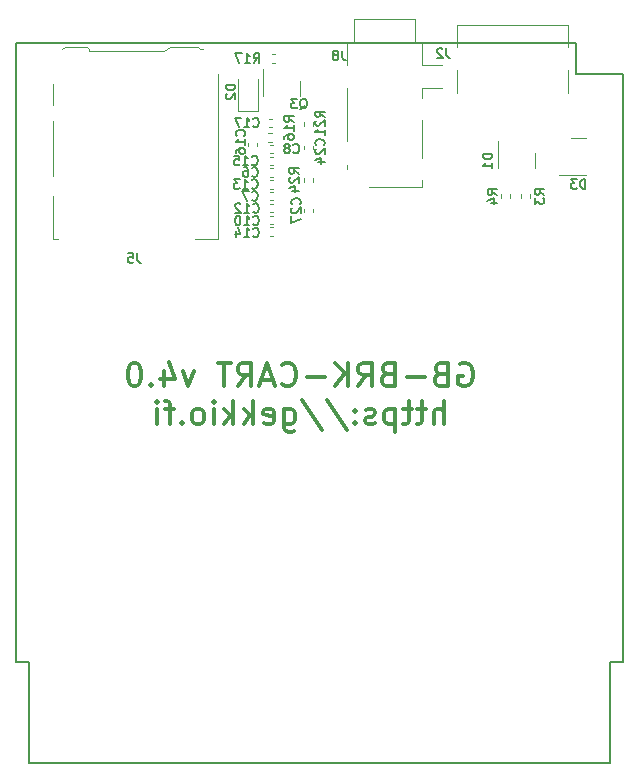
<source format=gbr>
G04 #@! TF.GenerationSoftware,KiCad,Pcbnew,7.0.10*
G04 #@! TF.CreationDate,2024-04-17T21:52:57+03:00*
G04 #@! TF.ProjectId,GAMEBOY_STM32_CART,47414d45-424f-4595-9f53-544d33325f43,v5.1*
G04 #@! TF.SameCoordinates,Original*
G04 #@! TF.FileFunction,Legend,Bot*
G04 #@! TF.FilePolarity,Positive*
%FSLAX46Y46*%
G04 Gerber Fmt 4.6, Leading zero omitted, Abs format (unit mm)*
G04 Created by KiCad (PCBNEW 7.0.10) date 2024-04-17 21:52:57*
%MOMM*%
%LPD*%
G01*
G04 APERTURE LIST*
%ADD10C,0.300000*%
%ADD11C,0.150000*%
%ADD12C,0.120000*%
G04 #@! TA.AperFunction,Profile*
%ADD13C,0.150000*%
G04 #@! TD*
G04 APERTURE END LIST*
D10*
X114396190Y-54994876D02*
X114586666Y-54899638D01*
X114586666Y-54899638D02*
X114872380Y-54899638D01*
X114872380Y-54899638D02*
X115158095Y-54994876D01*
X115158095Y-54994876D02*
X115348571Y-55185352D01*
X115348571Y-55185352D02*
X115443809Y-55375828D01*
X115443809Y-55375828D02*
X115539047Y-55756780D01*
X115539047Y-55756780D02*
X115539047Y-56042495D01*
X115539047Y-56042495D02*
X115443809Y-56423447D01*
X115443809Y-56423447D02*
X115348571Y-56613923D01*
X115348571Y-56613923D02*
X115158095Y-56804400D01*
X115158095Y-56804400D02*
X114872380Y-56899638D01*
X114872380Y-56899638D02*
X114681904Y-56899638D01*
X114681904Y-56899638D02*
X114396190Y-56804400D01*
X114396190Y-56804400D02*
X114300952Y-56709161D01*
X114300952Y-56709161D02*
X114300952Y-56042495D01*
X114300952Y-56042495D02*
X114681904Y-56042495D01*
X112777142Y-55852019D02*
X112491428Y-55947257D01*
X112491428Y-55947257D02*
X112396190Y-56042495D01*
X112396190Y-56042495D02*
X112300952Y-56232971D01*
X112300952Y-56232971D02*
X112300952Y-56518685D01*
X112300952Y-56518685D02*
X112396190Y-56709161D01*
X112396190Y-56709161D02*
X112491428Y-56804400D01*
X112491428Y-56804400D02*
X112681904Y-56899638D01*
X112681904Y-56899638D02*
X113443809Y-56899638D01*
X113443809Y-56899638D02*
X113443809Y-54899638D01*
X113443809Y-54899638D02*
X112777142Y-54899638D01*
X112777142Y-54899638D02*
X112586666Y-54994876D01*
X112586666Y-54994876D02*
X112491428Y-55090114D01*
X112491428Y-55090114D02*
X112396190Y-55280590D01*
X112396190Y-55280590D02*
X112396190Y-55471066D01*
X112396190Y-55471066D02*
X112491428Y-55661542D01*
X112491428Y-55661542D02*
X112586666Y-55756780D01*
X112586666Y-55756780D02*
X112777142Y-55852019D01*
X112777142Y-55852019D02*
X113443809Y-55852019D01*
X111443809Y-56137733D02*
X109920000Y-56137733D01*
X108300952Y-55852019D02*
X108015238Y-55947257D01*
X108015238Y-55947257D02*
X107920000Y-56042495D01*
X107920000Y-56042495D02*
X107824762Y-56232971D01*
X107824762Y-56232971D02*
X107824762Y-56518685D01*
X107824762Y-56518685D02*
X107920000Y-56709161D01*
X107920000Y-56709161D02*
X108015238Y-56804400D01*
X108015238Y-56804400D02*
X108205714Y-56899638D01*
X108205714Y-56899638D02*
X108967619Y-56899638D01*
X108967619Y-56899638D02*
X108967619Y-54899638D01*
X108967619Y-54899638D02*
X108300952Y-54899638D01*
X108300952Y-54899638D02*
X108110476Y-54994876D01*
X108110476Y-54994876D02*
X108015238Y-55090114D01*
X108015238Y-55090114D02*
X107920000Y-55280590D01*
X107920000Y-55280590D02*
X107920000Y-55471066D01*
X107920000Y-55471066D02*
X108015238Y-55661542D01*
X108015238Y-55661542D02*
X108110476Y-55756780D01*
X108110476Y-55756780D02*
X108300952Y-55852019D01*
X108300952Y-55852019D02*
X108967619Y-55852019D01*
X105824762Y-56899638D02*
X106491429Y-55947257D01*
X106967619Y-56899638D02*
X106967619Y-54899638D01*
X106967619Y-54899638D02*
X106205714Y-54899638D01*
X106205714Y-54899638D02*
X106015238Y-54994876D01*
X106015238Y-54994876D02*
X105920000Y-55090114D01*
X105920000Y-55090114D02*
X105824762Y-55280590D01*
X105824762Y-55280590D02*
X105824762Y-55566304D01*
X105824762Y-55566304D02*
X105920000Y-55756780D01*
X105920000Y-55756780D02*
X106015238Y-55852019D01*
X106015238Y-55852019D02*
X106205714Y-55947257D01*
X106205714Y-55947257D02*
X106967619Y-55947257D01*
X104967619Y-56899638D02*
X104967619Y-54899638D01*
X103824762Y-56899638D02*
X104681905Y-55756780D01*
X103824762Y-54899638D02*
X104967619Y-56042495D01*
X102967619Y-56137733D02*
X101443810Y-56137733D01*
X99348572Y-56709161D02*
X99443810Y-56804400D01*
X99443810Y-56804400D02*
X99729524Y-56899638D01*
X99729524Y-56899638D02*
X99920000Y-56899638D01*
X99920000Y-56899638D02*
X100205715Y-56804400D01*
X100205715Y-56804400D02*
X100396191Y-56613923D01*
X100396191Y-56613923D02*
X100491429Y-56423447D01*
X100491429Y-56423447D02*
X100586667Y-56042495D01*
X100586667Y-56042495D02*
X100586667Y-55756780D01*
X100586667Y-55756780D02*
X100491429Y-55375828D01*
X100491429Y-55375828D02*
X100396191Y-55185352D01*
X100396191Y-55185352D02*
X100205715Y-54994876D01*
X100205715Y-54994876D02*
X99920000Y-54899638D01*
X99920000Y-54899638D02*
X99729524Y-54899638D01*
X99729524Y-54899638D02*
X99443810Y-54994876D01*
X99443810Y-54994876D02*
X99348572Y-55090114D01*
X98586667Y-56328209D02*
X97634286Y-56328209D01*
X98777143Y-56899638D02*
X98110477Y-54899638D01*
X98110477Y-54899638D02*
X97443810Y-56899638D01*
X95634286Y-56899638D02*
X96300953Y-55947257D01*
X96777143Y-56899638D02*
X96777143Y-54899638D01*
X96777143Y-54899638D02*
X96015238Y-54899638D01*
X96015238Y-54899638D02*
X95824762Y-54994876D01*
X95824762Y-54994876D02*
X95729524Y-55090114D01*
X95729524Y-55090114D02*
X95634286Y-55280590D01*
X95634286Y-55280590D02*
X95634286Y-55566304D01*
X95634286Y-55566304D02*
X95729524Y-55756780D01*
X95729524Y-55756780D02*
X95824762Y-55852019D01*
X95824762Y-55852019D02*
X96015238Y-55947257D01*
X96015238Y-55947257D02*
X96777143Y-55947257D01*
X95062857Y-54899638D02*
X93920000Y-54899638D01*
X94491429Y-56899638D02*
X94491429Y-54899638D01*
X91919999Y-55566304D02*
X91443809Y-56899638D01*
X91443809Y-56899638D02*
X90967618Y-55566304D01*
X89348570Y-55566304D02*
X89348570Y-56899638D01*
X89824761Y-54804400D02*
X90300951Y-56232971D01*
X90300951Y-56232971D02*
X89062856Y-56232971D01*
X88300951Y-56709161D02*
X88205713Y-56804400D01*
X88205713Y-56804400D02*
X88300951Y-56899638D01*
X88300951Y-56899638D02*
X88396189Y-56804400D01*
X88396189Y-56804400D02*
X88300951Y-56709161D01*
X88300951Y-56709161D02*
X88300951Y-56899638D01*
X86967618Y-54899638D02*
X86777141Y-54899638D01*
X86777141Y-54899638D02*
X86586665Y-54994876D01*
X86586665Y-54994876D02*
X86491427Y-55090114D01*
X86491427Y-55090114D02*
X86396189Y-55280590D01*
X86396189Y-55280590D02*
X86300951Y-55661542D01*
X86300951Y-55661542D02*
X86300951Y-56137733D01*
X86300951Y-56137733D02*
X86396189Y-56518685D01*
X86396189Y-56518685D02*
X86491427Y-56709161D01*
X86491427Y-56709161D02*
X86586665Y-56804400D01*
X86586665Y-56804400D02*
X86777141Y-56899638D01*
X86777141Y-56899638D02*
X86967618Y-56899638D01*
X86967618Y-56899638D02*
X87158094Y-56804400D01*
X87158094Y-56804400D02*
X87253332Y-56709161D01*
X87253332Y-56709161D02*
X87348570Y-56518685D01*
X87348570Y-56518685D02*
X87443808Y-56137733D01*
X87443808Y-56137733D02*
X87443808Y-55661542D01*
X87443808Y-55661542D02*
X87348570Y-55280590D01*
X87348570Y-55280590D02*
X87253332Y-55090114D01*
X87253332Y-55090114D02*
X87158094Y-54994876D01*
X87158094Y-54994876D02*
X86967618Y-54899638D01*
X113062857Y-60119638D02*
X113062857Y-58119638D01*
X112205714Y-60119638D02*
X112205714Y-59072019D01*
X112205714Y-59072019D02*
X112300952Y-58881542D01*
X112300952Y-58881542D02*
X112491428Y-58786304D01*
X112491428Y-58786304D02*
X112777143Y-58786304D01*
X112777143Y-58786304D02*
X112967619Y-58881542D01*
X112967619Y-58881542D02*
X113062857Y-58976780D01*
X111539047Y-58786304D02*
X110777143Y-58786304D01*
X111253333Y-58119638D02*
X111253333Y-59833923D01*
X111253333Y-59833923D02*
X111158095Y-60024400D01*
X111158095Y-60024400D02*
X110967619Y-60119638D01*
X110967619Y-60119638D02*
X110777143Y-60119638D01*
X110396190Y-58786304D02*
X109634286Y-58786304D01*
X110110476Y-58119638D02*
X110110476Y-59833923D01*
X110110476Y-59833923D02*
X110015238Y-60024400D01*
X110015238Y-60024400D02*
X109824762Y-60119638D01*
X109824762Y-60119638D02*
X109634286Y-60119638D01*
X108967619Y-58786304D02*
X108967619Y-60786304D01*
X108967619Y-58881542D02*
X108777143Y-58786304D01*
X108777143Y-58786304D02*
X108396190Y-58786304D01*
X108396190Y-58786304D02*
X108205714Y-58881542D01*
X108205714Y-58881542D02*
X108110476Y-58976780D01*
X108110476Y-58976780D02*
X108015238Y-59167257D01*
X108015238Y-59167257D02*
X108015238Y-59738685D01*
X108015238Y-59738685D02*
X108110476Y-59929161D01*
X108110476Y-59929161D02*
X108205714Y-60024400D01*
X108205714Y-60024400D02*
X108396190Y-60119638D01*
X108396190Y-60119638D02*
X108777143Y-60119638D01*
X108777143Y-60119638D02*
X108967619Y-60024400D01*
X107253333Y-60024400D02*
X107062857Y-60119638D01*
X107062857Y-60119638D02*
X106681905Y-60119638D01*
X106681905Y-60119638D02*
X106491428Y-60024400D01*
X106491428Y-60024400D02*
X106396190Y-59833923D01*
X106396190Y-59833923D02*
X106396190Y-59738685D01*
X106396190Y-59738685D02*
X106491428Y-59548209D01*
X106491428Y-59548209D02*
X106681905Y-59452971D01*
X106681905Y-59452971D02*
X106967619Y-59452971D01*
X106967619Y-59452971D02*
X107158095Y-59357733D01*
X107158095Y-59357733D02*
X107253333Y-59167257D01*
X107253333Y-59167257D02*
X107253333Y-59072019D01*
X107253333Y-59072019D02*
X107158095Y-58881542D01*
X107158095Y-58881542D02*
X106967619Y-58786304D01*
X106967619Y-58786304D02*
X106681905Y-58786304D01*
X106681905Y-58786304D02*
X106491428Y-58881542D01*
X105539047Y-59929161D02*
X105443809Y-60024400D01*
X105443809Y-60024400D02*
X105539047Y-60119638D01*
X105539047Y-60119638D02*
X105634285Y-60024400D01*
X105634285Y-60024400D02*
X105539047Y-59929161D01*
X105539047Y-59929161D02*
X105539047Y-60119638D01*
X105539047Y-58881542D02*
X105443809Y-58976780D01*
X105443809Y-58976780D02*
X105539047Y-59072019D01*
X105539047Y-59072019D02*
X105634285Y-58976780D01*
X105634285Y-58976780D02*
X105539047Y-58881542D01*
X105539047Y-58881542D02*
X105539047Y-59072019D01*
X103158095Y-58024400D02*
X104872380Y-60595828D01*
X101062857Y-58024400D02*
X102777142Y-60595828D01*
X99539047Y-58786304D02*
X99539047Y-60405352D01*
X99539047Y-60405352D02*
X99634285Y-60595828D01*
X99634285Y-60595828D02*
X99729523Y-60691066D01*
X99729523Y-60691066D02*
X99920000Y-60786304D01*
X99920000Y-60786304D02*
X100205714Y-60786304D01*
X100205714Y-60786304D02*
X100396190Y-60691066D01*
X99539047Y-60024400D02*
X99729523Y-60119638D01*
X99729523Y-60119638D02*
X100110476Y-60119638D01*
X100110476Y-60119638D02*
X100300952Y-60024400D01*
X100300952Y-60024400D02*
X100396190Y-59929161D01*
X100396190Y-59929161D02*
X100491428Y-59738685D01*
X100491428Y-59738685D02*
X100491428Y-59167257D01*
X100491428Y-59167257D02*
X100396190Y-58976780D01*
X100396190Y-58976780D02*
X100300952Y-58881542D01*
X100300952Y-58881542D02*
X100110476Y-58786304D01*
X100110476Y-58786304D02*
X99729523Y-58786304D01*
X99729523Y-58786304D02*
X99539047Y-58881542D01*
X97824761Y-60024400D02*
X98015237Y-60119638D01*
X98015237Y-60119638D02*
X98396190Y-60119638D01*
X98396190Y-60119638D02*
X98586666Y-60024400D01*
X98586666Y-60024400D02*
X98681904Y-59833923D01*
X98681904Y-59833923D02*
X98681904Y-59072019D01*
X98681904Y-59072019D02*
X98586666Y-58881542D01*
X98586666Y-58881542D02*
X98396190Y-58786304D01*
X98396190Y-58786304D02*
X98015237Y-58786304D01*
X98015237Y-58786304D02*
X97824761Y-58881542D01*
X97824761Y-58881542D02*
X97729523Y-59072019D01*
X97729523Y-59072019D02*
X97729523Y-59262495D01*
X97729523Y-59262495D02*
X98681904Y-59452971D01*
X96872380Y-60119638D02*
X96872380Y-58119638D01*
X96681904Y-59357733D02*
X96110475Y-60119638D01*
X96110475Y-58786304D02*
X96872380Y-59548209D01*
X95253332Y-60119638D02*
X95253332Y-58119638D01*
X95062856Y-59357733D02*
X94491427Y-60119638D01*
X94491427Y-58786304D02*
X95253332Y-59548209D01*
X93634284Y-60119638D02*
X93634284Y-58786304D01*
X93634284Y-58119638D02*
X93729522Y-58214876D01*
X93729522Y-58214876D02*
X93634284Y-58310114D01*
X93634284Y-58310114D02*
X93539046Y-58214876D01*
X93539046Y-58214876D02*
X93634284Y-58119638D01*
X93634284Y-58119638D02*
X93634284Y-58310114D01*
X92396189Y-60119638D02*
X92586665Y-60024400D01*
X92586665Y-60024400D02*
X92681903Y-59929161D01*
X92681903Y-59929161D02*
X92777141Y-59738685D01*
X92777141Y-59738685D02*
X92777141Y-59167257D01*
X92777141Y-59167257D02*
X92681903Y-58976780D01*
X92681903Y-58976780D02*
X92586665Y-58881542D01*
X92586665Y-58881542D02*
X92396189Y-58786304D01*
X92396189Y-58786304D02*
X92110474Y-58786304D01*
X92110474Y-58786304D02*
X91919998Y-58881542D01*
X91919998Y-58881542D02*
X91824760Y-58976780D01*
X91824760Y-58976780D02*
X91729522Y-59167257D01*
X91729522Y-59167257D02*
X91729522Y-59738685D01*
X91729522Y-59738685D02*
X91824760Y-59929161D01*
X91824760Y-59929161D02*
X91919998Y-60024400D01*
X91919998Y-60024400D02*
X92110474Y-60119638D01*
X92110474Y-60119638D02*
X92396189Y-60119638D01*
X90872379Y-59929161D02*
X90777141Y-60024400D01*
X90777141Y-60024400D02*
X90872379Y-60119638D01*
X90872379Y-60119638D02*
X90967617Y-60024400D01*
X90967617Y-60024400D02*
X90872379Y-59929161D01*
X90872379Y-59929161D02*
X90872379Y-60119638D01*
X90205712Y-58786304D02*
X89443808Y-58786304D01*
X89919998Y-60119638D02*
X89919998Y-58405352D01*
X89919998Y-58405352D02*
X89824760Y-58214876D01*
X89824760Y-58214876D02*
X89634284Y-58119638D01*
X89634284Y-58119638D02*
X89443808Y-58119638D01*
X88777141Y-60119638D02*
X88777141Y-58786304D01*
X88777141Y-58119638D02*
X88872379Y-58214876D01*
X88872379Y-58214876D02*
X88777141Y-58310114D01*
X88777141Y-58310114D02*
X88681903Y-58214876D01*
X88681903Y-58214876D02*
X88777141Y-58119638D01*
X88777141Y-58119638D02*
X88777141Y-58310114D01*
D11*
X113266666Y-28262295D02*
X113266666Y-28833723D01*
X113266666Y-28833723D02*
X113304761Y-28948009D01*
X113304761Y-28948009D02*
X113380952Y-29024200D01*
X113380952Y-29024200D02*
X113495237Y-29062295D01*
X113495237Y-29062295D02*
X113571428Y-29062295D01*
X112923809Y-28338485D02*
X112885713Y-28300390D01*
X112885713Y-28300390D02*
X112809523Y-28262295D01*
X112809523Y-28262295D02*
X112619047Y-28262295D01*
X112619047Y-28262295D02*
X112542856Y-28300390D01*
X112542856Y-28300390D02*
X112504761Y-28338485D01*
X112504761Y-28338485D02*
X112466666Y-28414676D01*
X112466666Y-28414676D02*
X112466666Y-28490866D01*
X112466666Y-28490866D02*
X112504761Y-28605152D01*
X112504761Y-28605152D02*
X112961904Y-29062295D01*
X112961904Y-29062295D02*
X112466666Y-29062295D01*
X96794285Y-38086104D02*
X96832381Y-38124200D01*
X96832381Y-38124200D02*
X96946666Y-38162295D01*
X96946666Y-38162295D02*
X97022857Y-38162295D01*
X97022857Y-38162295D02*
X97137143Y-38124200D01*
X97137143Y-38124200D02*
X97213333Y-38048009D01*
X97213333Y-38048009D02*
X97251428Y-37971819D01*
X97251428Y-37971819D02*
X97289524Y-37819438D01*
X97289524Y-37819438D02*
X97289524Y-37705152D01*
X97289524Y-37705152D02*
X97251428Y-37552771D01*
X97251428Y-37552771D02*
X97213333Y-37476580D01*
X97213333Y-37476580D02*
X97137143Y-37400390D01*
X97137143Y-37400390D02*
X97022857Y-37362295D01*
X97022857Y-37362295D02*
X96946666Y-37362295D01*
X96946666Y-37362295D02*
X96832381Y-37400390D01*
X96832381Y-37400390D02*
X96794285Y-37438485D01*
X96032381Y-38162295D02*
X96489524Y-38162295D01*
X96260952Y-38162295D02*
X96260952Y-37362295D01*
X96260952Y-37362295D02*
X96337143Y-37476580D01*
X96337143Y-37476580D02*
X96413333Y-37552771D01*
X96413333Y-37552771D02*
X96489524Y-37590866D01*
X95308571Y-37362295D02*
X95689523Y-37362295D01*
X95689523Y-37362295D02*
X95727619Y-37743247D01*
X95727619Y-37743247D02*
X95689523Y-37705152D01*
X95689523Y-37705152D02*
X95613333Y-37667057D01*
X95613333Y-37667057D02*
X95422857Y-37667057D01*
X95422857Y-37667057D02*
X95346666Y-37705152D01*
X95346666Y-37705152D02*
X95308571Y-37743247D01*
X95308571Y-37743247D02*
X95270476Y-37819438D01*
X95270476Y-37819438D02*
X95270476Y-38009914D01*
X95270476Y-38009914D02*
X95308571Y-38086104D01*
X95308571Y-38086104D02*
X95346666Y-38124200D01*
X95346666Y-38124200D02*
X95422857Y-38162295D01*
X95422857Y-38162295D02*
X95613333Y-38162295D01*
X95613333Y-38162295D02*
X95689523Y-38124200D01*
X95689523Y-38124200D02*
X95727619Y-38086104D01*
X96914285Y-44186104D02*
X96952381Y-44224200D01*
X96952381Y-44224200D02*
X97066666Y-44262295D01*
X97066666Y-44262295D02*
X97142857Y-44262295D01*
X97142857Y-44262295D02*
X97257143Y-44224200D01*
X97257143Y-44224200D02*
X97333333Y-44148009D01*
X97333333Y-44148009D02*
X97371428Y-44071819D01*
X97371428Y-44071819D02*
X97409524Y-43919438D01*
X97409524Y-43919438D02*
X97409524Y-43805152D01*
X97409524Y-43805152D02*
X97371428Y-43652771D01*
X97371428Y-43652771D02*
X97333333Y-43576580D01*
X97333333Y-43576580D02*
X97257143Y-43500390D01*
X97257143Y-43500390D02*
X97142857Y-43462295D01*
X97142857Y-43462295D02*
X97066666Y-43462295D01*
X97066666Y-43462295D02*
X96952381Y-43500390D01*
X96952381Y-43500390D02*
X96914285Y-43538485D01*
X96152381Y-44262295D02*
X96609524Y-44262295D01*
X96380952Y-44262295D02*
X96380952Y-43462295D01*
X96380952Y-43462295D02*
X96457143Y-43576580D01*
X96457143Y-43576580D02*
X96533333Y-43652771D01*
X96533333Y-43652771D02*
X96609524Y-43690866D01*
X95466666Y-43728961D02*
X95466666Y-44262295D01*
X95657142Y-43424200D02*
X95847619Y-43995628D01*
X95847619Y-43995628D02*
X95352380Y-43995628D01*
X100876190Y-33438485D02*
X100952380Y-33400390D01*
X100952380Y-33400390D02*
X101028571Y-33324200D01*
X101028571Y-33324200D02*
X101142857Y-33209914D01*
X101142857Y-33209914D02*
X101219047Y-33171819D01*
X101219047Y-33171819D02*
X101295238Y-33171819D01*
X101257142Y-33362295D02*
X101333333Y-33324200D01*
X101333333Y-33324200D02*
X101409523Y-33248009D01*
X101409523Y-33248009D02*
X101447619Y-33095628D01*
X101447619Y-33095628D02*
X101447619Y-32828961D01*
X101447619Y-32828961D02*
X101409523Y-32676580D01*
X101409523Y-32676580D02*
X101333333Y-32600390D01*
X101333333Y-32600390D02*
X101257142Y-32562295D01*
X101257142Y-32562295D02*
X101104761Y-32562295D01*
X101104761Y-32562295D02*
X101028571Y-32600390D01*
X101028571Y-32600390D02*
X100952380Y-32676580D01*
X100952380Y-32676580D02*
X100914285Y-32828961D01*
X100914285Y-32828961D02*
X100914285Y-33095628D01*
X100914285Y-33095628D02*
X100952380Y-33248009D01*
X100952380Y-33248009D02*
X101028571Y-33324200D01*
X101028571Y-33324200D02*
X101104761Y-33362295D01*
X101104761Y-33362295D02*
X101257142Y-33362295D01*
X100647619Y-32562295D02*
X100152381Y-32562295D01*
X100152381Y-32562295D02*
X100419047Y-32867057D01*
X100419047Y-32867057D02*
X100304762Y-32867057D01*
X100304762Y-32867057D02*
X100228571Y-32905152D01*
X100228571Y-32905152D02*
X100190476Y-32943247D01*
X100190476Y-32943247D02*
X100152381Y-33019438D01*
X100152381Y-33019438D02*
X100152381Y-33209914D01*
X100152381Y-33209914D02*
X100190476Y-33286104D01*
X100190476Y-33286104D02*
X100228571Y-33324200D01*
X100228571Y-33324200D02*
X100304762Y-33362295D01*
X100304762Y-33362295D02*
X100533333Y-33362295D01*
X100533333Y-33362295D02*
X100609524Y-33324200D01*
X100609524Y-33324200D02*
X100647619Y-33286104D01*
X96964285Y-29512295D02*
X97230952Y-29131342D01*
X97421428Y-29512295D02*
X97421428Y-28712295D01*
X97421428Y-28712295D02*
X97116666Y-28712295D01*
X97116666Y-28712295D02*
X97040476Y-28750390D01*
X97040476Y-28750390D02*
X97002381Y-28788485D01*
X97002381Y-28788485D02*
X96964285Y-28864676D01*
X96964285Y-28864676D02*
X96964285Y-28978961D01*
X96964285Y-28978961D02*
X97002381Y-29055152D01*
X97002381Y-29055152D02*
X97040476Y-29093247D01*
X97040476Y-29093247D02*
X97116666Y-29131342D01*
X97116666Y-29131342D02*
X97421428Y-29131342D01*
X96202381Y-29512295D02*
X96659524Y-29512295D01*
X96430952Y-29512295D02*
X96430952Y-28712295D01*
X96430952Y-28712295D02*
X96507143Y-28826580D01*
X96507143Y-28826580D02*
X96583333Y-28902771D01*
X96583333Y-28902771D02*
X96659524Y-28940866D01*
X95935714Y-28712295D02*
X95402380Y-28712295D01*
X95402380Y-28712295D02*
X95745238Y-29512295D01*
X121562295Y-40666667D02*
X121181342Y-40400000D01*
X121562295Y-40209524D02*
X120762295Y-40209524D01*
X120762295Y-40209524D02*
X120762295Y-40514286D01*
X120762295Y-40514286D02*
X120800390Y-40590476D01*
X120800390Y-40590476D02*
X120838485Y-40628571D01*
X120838485Y-40628571D02*
X120914676Y-40666667D01*
X120914676Y-40666667D02*
X121028961Y-40666667D01*
X121028961Y-40666667D02*
X121105152Y-40628571D01*
X121105152Y-40628571D02*
X121143247Y-40590476D01*
X121143247Y-40590476D02*
X121181342Y-40514286D01*
X121181342Y-40514286D02*
X121181342Y-40209524D01*
X120762295Y-40933333D02*
X120762295Y-41428571D01*
X120762295Y-41428571D02*
X121067057Y-41161905D01*
X121067057Y-41161905D02*
X121067057Y-41276190D01*
X121067057Y-41276190D02*
X121105152Y-41352381D01*
X121105152Y-41352381D02*
X121143247Y-41390476D01*
X121143247Y-41390476D02*
X121219438Y-41428571D01*
X121219438Y-41428571D02*
X121409914Y-41428571D01*
X121409914Y-41428571D02*
X121486104Y-41390476D01*
X121486104Y-41390476D02*
X121524200Y-41352381D01*
X121524200Y-41352381D02*
X121562295Y-41276190D01*
X121562295Y-41276190D02*
X121562295Y-41047619D01*
X121562295Y-41047619D02*
X121524200Y-40971428D01*
X121524200Y-40971428D02*
X121486104Y-40933333D01*
X96813332Y-41086104D02*
X96851428Y-41124200D01*
X96851428Y-41124200D02*
X96965713Y-41162295D01*
X96965713Y-41162295D02*
X97041904Y-41162295D01*
X97041904Y-41162295D02*
X97156190Y-41124200D01*
X97156190Y-41124200D02*
X97232380Y-41048009D01*
X97232380Y-41048009D02*
X97270475Y-40971819D01*
X97270475Y-40971819D02*
X97308571Y-40819438D01*
X97308571Y-40819438D02*
X97308571Y-40705152D01*
X97308571Y-40705152D02*
X97270475Y-40552771D01*
X97270475Y-40552771D02*
X97232380Y-40476580D01*
X97232380Y-40476580D02*
X97156190Y-40400390D01*
X97156190Y-40400390D02*
X97041904Y-40362295D01*
X97041904Y-40362295D02*
X96965713Y-40362295D01*
X96965713Y-40362295D02*
X96851428Y-40400390D01*
X96851428Y-40400390D02*
X96813332Y-40438485D01*
X96546666Y-40362295D02*
X96013332Y-40362295D01*
X96013332Y-40362295D02*
X96356190Y-41162295D01*
X96914285Y-34886104D02*
X96952381Y-34924200D01*
X96952381Y-34924200D02*
X97066666Y-34962295D01*
X97066666Y-34962295D02*
X97142857Y-34962295D01*
X97142857Y-34962295D02*
X97257143Y-34924200D01*
X97257143Y-34924200D02*
X97333333Y-34848009D01*
X97333333Y-34848009D02*
X97371428Y-34771819D01*
X97371428Y-34771819D02*
X97409524Y-34619438D01*
X97409524Y-34619438D02*
X97409524Y-34505152D01*
X97409524Y-34505152D02*
X97371428Y-34352771D01*
X97371428Y-34352771D02*
X97333333Y-34276580D01*
X97333333Y-34276580D02*
X97257143Y-34200390D01*
X97257143Y-34200390D02*
X97142857Y-34162295D01*
X97142857Y-34162295D02*
X97066666Y-34162295D01*
X97066666Y-34162295D02*
X96952381Y-34200390D01*
X96952381Y-34200390D02*
X96914285Y-34238485D01*
X96152381Y-34962295D02*
X96609524Y-34962295D01*
X96380952Y-34962295D02*
X96380952Y-34162295D01*
X96380952Y-34162295D02*
X96457143Y-34276580D01*
X96457143Y-34276580D02*
X96533333Y-34352771D01*
X96533333Y-34352771D02*
X96609524Y-34390866D01*
X95885714Y-34162295D02*
X95352380Y-34162295D01*
X95352380Y-34162295D02*
X95695238Y-34962295D01*
X96813332Y-39086104D02*
X96851428Y-39124200D01*
X96851428Y-39124200D02*
X96965713Y-39162295D01*
X96965713Y-39162295D02*
X97041904Y-39162295D01*
X97041904Y-39162295D02*
X97156190Y-39124200D01*
X97156190Y-39124200D02*
X97232380Y-39048009D01*
X97232380Y-39048009D02*
X97270475Y-38971819D01*
X97270475Y-38971819D02*
X97308571Y-38819438D01*
X97308571Y-38819438D02*
X97308571Y-38705152D01*
X97308571Y-38705152D02*
X97270475Y-38552771D01*
X97270475Y-38552771D02*
X97232380Y-38476580D01*
X97232380Y-38476580D02*
X97156190Y-38400390D01*
X97156190Y-38400390D02*
X97041904Y-38362295D01*
X97041904Y-38362295D02*
X96965713Y-38362295D01*
X96965713Y-38362295D02*
X96851428Y-38400390D01*
X96851428Y-38400390D02*
X96813332Y-38438485D01*
X96127618Y-38362295D02*
X96279999Y-38362295D01*
X96279999Y-38362295D02*
X96356190Y-38400390D01*
X96356190Y-38400390D02*
X96394285Y-38438485D01*
X96394285Y-38438485D02*
X96470475Y-38552771D01*
X96470475Y-38552771D02*
X96508571Y-38705152D01*
X96508571Y-38705152D02*
X96508571Y-39009914D01*
X96508571Y-39009914D02*
X96470475Y-39086104D01*
X96470475Y-39086104D02*
X96432380Y-39124200D01*
X96432380Y-39124200D02*
X96356190Y-39162295D01*
X96356190Y-39162295D02*
X96203809Y-39162295D01*
X96203809Y-39162295D02*
X96127618Y-39124200D01*
X96127618Y-39124200D02*
X96089523Y-39086104D01*
X96089523Y-39086104D02*
X96051428Y-39009914D01*
X96051428Y-39009914D02*
X96051428Y-38819438D01*
X96051428Y-38819438D02*
X96089523Y-38743247D01*
X96089523Y-38743247D02*
X96127618Y-38705152D01*
X96127618Y-38705152D02*
X96203809Y-38667057D01*
X96203809Y-38667057D02*
X96356190Y-38667057D01*
X96356190Y-38667057D02*
X96432380Y-38705152D01*
X96432380Y-38705152D02*
X96470475Y-38743247D01*
X96470475Y-38743247D02*
X96508571Y-38819438D01*
X100362295Y-34485714D02*
X99981342Y-34219047D01*
X100362295Y-34028571D02*
X99562295Y-34028571D01*
X99562295Y-34028571D02*
X99562295Y-34333333D01*
X99562295Y-34333333D02*
X99600390Y-34409523D01*
X99600390Y-34409523D02*
X99638485Y-34447618D01*
X99638485Y-34447618D02*
X99714676Y-34485714D01*
X99714676Y-34485714D02*
X99828961Y-34485714D01*
X99828961Y-34485714D02*
X99905152Y-34447618D01*
X99905152Y-34447618D02*
X99943247Y-34409523D01*
X99943247Y-34409523D02*
X99981342Y-34333333D01*
X99981342Y-34333333D02*
X99981342Y-34028571D01*
X100362295Y-35247618D02*
X100362295Y-34790475D01*
X100362295Y-35019047D02*
X99562295Y-35019047D01*
X99562295Y-35019047D02*
X99676580Y-34942856D01*
X99676580Y-34942856D02*
X99752771Y-34866666D01*
X99752771Y-34866666D02*
X99790866Y-34790475D01*
X99562295Y-35933333D02*
X99562295Y-35780952D01*
X99562295Y-35780952D02*
X99600390Y-35704761D01*
X99600390Y-35704761D02*
X99638485Y-35666666D01*
X99638485Y-35666666D02*
X99752771Y-35590476D01*
X99752771Y-35590476D02*
X99905152Y-35552380D01*
X99905152Y-35552380D02*
X100209914Y-35552380D01*
X100209914Y-35552380D02*
X100286104Y-35590476D01*
X100286104Y-35590476D02*
X100324200Y-35628571D01*
X100324200Y-35628571D02*
X100362295Y-35704761D01*
X100362295Y-35704761D02*
X100362295Y-35857142D01*
X100362295Y-35857142D02*
X100324200Y-35933333D01*
X100324200Y-35933333D02*
X100286104Y-35971428D01*
X100286104Y-35971428D02*
X100209914Y-36009523D01*
X100209914Y-36009523D02*
X100019438Y-36009523D01*
X100019438Y-36009523D02*
X99943247Y-35971428D01*
X99943247Y-35971428D02*
X99905152Y-35933333D01*
X99905152Y-35933333D02*
X99867057Y-35857142D01*
X99867057Y-35857142D02*
X99867057Y-35704761D01*
X99867057Y-35704761D02*
X99905152Y-35628571D01*
X99905152Y-35628571D02*
X99943247Y-35590476D01*
X99943247Y-35590476D02*
X100019438Y-35552380D01*
X117562295Y-40666667D02*
X117181342Y-40400000D01*
X117562295Y-40209524D02*
X116762295Y-40209524D01*
X116762295Y-40209524D02*
X116762295Y-40514286D01*
X116762295Y-40514286D02*
X116800390Y-40590476D01*
X116800390Y-40590476D02*
X116838485Y-40628571D01*
X116838485Y-40628571D02*
X116914676Y-40666667D01*
X116914676Y-40666667D02*
X117028961Y-40666667D01*
X117028961Y-40666667D02*
X117105152Y-40628571D01*
X117105152Y-40628571D02*
X117143247Y-40590476D01*
X117143247Y-40590476D02*
X117181342Y-40514286D01*
X117181342Y-40514286D02*
X117181342Y-40209524D01*
X117028961Y-41352381D02*
X117562295Y-41352381D01*
X116724200Y-41161905D02*
X117295628Y-40971428D01*
X117295628Y-40971428D02*
X117295628Y-41466667D01*
X87101666Y-45627295D02*
X87101666Y-46198723D01*
X87101666Y-46198723D02*
X87139761Y-46313009D01*
X87139761Y-46313009D02*
X87215952Y-46389200D01*
X87215952Y-46389200D02*
X87330237Y-46427295D01*
X87330237Y-46427295D02*
X87406428Y-46427295D01*
X86339761Y-45627295D02*
X86720713Y-45627295D01*
X86720713Y-45627295D02*
X86758809Y-46008247D01*
X86758809Y-46008247D02*
X86720713Y-45970152D01*
X86720713Y-45970152D02*
X86644523Y-45932057D01*
X86644523Y-45932057D02*
X86454047Y-45932057D01*
X86454047Y-45932057D02*
X86377856Y-45970152D01*
X86377856Y-45970152D02*
X86339761Y-46008247D01*
X86339761Y-46008247D02*
X86301666Y-46084438D01*
X86301666Y-46084438D02*
X86301666Y-46274914D01*
X86301666Y-46274914D02*
X86339761Y-46351104D01*
X86339761Y-46351104D02*
X86377856Y-46389200D01*
X86377856Y-46389200D02*
X86454047Y-46427295D01*
X86454047Y-46427295D02*
X86644523Y-46427295D01*
X86644523Y-46427295D02*
X86720713Y-46389200D01*
X86720713Y-46389200D02*
X86758809Y-46351104D01*
X102886104Y-36485714D02*
X102924200Y-36447618D01*
X102924200Y-36447618D02*
X102962295Y-36333333D01*
X102962295Y-36333333D02*
X102962295Y-36257142D01*
X102962295Y-36257142D02*
X102924200Y-36142856D01*
X102924200Y-36142856D02*
X102848009Y-36066666D01*
X102848009Y-36066666D02*
X102771819Y-36028571D01*
X102771819Y-36028571D02*
X102619438Y-35990475D01*
X102619438Y-35990475D02*
X102505152Y-35990475D01*
X102505152Y-35990475D02*
X102352771Y-36028571D01*
X102352771Y-36028571D02*
X102276580Y-36066666D01*
X102276580Y-36066666D02*
X102200390Y-36142856D01*
X102200390Y-36142856D02*
X102162295Y-36257142D01*
X102162295Y-36257142D02*
X102162295Y-36333333D01*
X102162295Y-36333333D02*
X102200390Y-36447618D01*
X102200390Y-36447618D02*
X102238485Y-36485714D01*
X102238485Y-36790475D02*
X102200390Y-36828571D01*
X102200390Y-36828571D02*
X102162295Y-36904761D01*
X102162295Y-36904761D02*
X102162295Y-37095237D01*
X102162295Y-37095237D02*
X102200390Y-37171428D01*
X102200390Y-37171428D02*
X102238485Y-37209523D01*
X102238485Y-37209523D02*
X102314676Y-37247618D01*
X102314676Y-37247618D02*
X102390866Y-37247618D01*
X102390866Y-37247618D02*
X102505152Y-37209523D01*
X102505152Y-37209523D02*
X102962295Y-36752380D01*
X102962295Y-36752380D02*
X102962295Y-37247618D01*
X102428961Y-37933333D02*
X102962295Y-37933333D01*
X102124200Y-37742857D02*
X102695628Y-37552380D01*
X102695628Y-37552380D02*
X102695628Y-38047619D01*
X96166104Y-35685714D02*
X96204200Y-35647618D01*
X96204200Y-35647618D02*
X96242295Y-35533333D01*
X96242295Y-35533333D02*
X96242295Y-35457142D01*
X96242295Y-35457142D02*
X96204200Y-35342856D01*
X96204200Y-35342856D02*
X96128009Y-35266666D01*
X96128009Y-35266666D02*
X96051819Y-35228571D01*
X96051819Y-35228571D02*
X95899438Y-35190475D01*
X95899438Y-35190475D02*
X95785152Y-35190475D01*
X95785152Y-35190475D02*
X95632771Y-35228571D01*
X95632771Y-35228571D02*
X95556580Y-35266666D01*
X95556580Y-35266666D02*
X95480390Y-35342856D01*
X95480390Y-35342856D02*
X95442295Y-35457142D01*
X95442295Y-35457142D02*
X95442295Y-35533333D01*
X95442295Y-35533333D02*
X95480390Y-35647618D01*
X95480390Y-35647618D02*
X95518485Y-35685714D01*
X96242295Y-36447618D02*
X96242295Y-35990475D01*
X96242295Y-36219047D02*
X95442295Y-36219047D01*
X95442295Y-36219047D02*
X95556580Y-36142856D01*
X95556580Y-36142856D02*
X95632771Y-36066666D01*
X95632771Y-36066666D02*
X95670866Y-35990475D01*
X95442295Y-37133333D02*
X95442295Y-36980952D01*
X95442295Y-36980952D02*
X95480390Y-36904761D01*
X95480390Y-36904761D02*
X95518485Y-36866666D01*
X95518485Y-36866666D02*
X95632771Y-36790476D01*
X95632771Y-36790476D02*
X95785152Y-36752380D01*
X95785152Y-36752380D02*
X96089914Y-36752380D01*
X96089914Y-36752380D02*
X96166104Y-36790476D01*
X96166104Y-36790476D02*
X96204200Y-36828571D01*
X96204200Y-36828571D02*
X96242295Y-36904761D01*
X96242295Y-36904761D02*
X96242295Y-37057142D01*
X96242295Y-37057142D02*
X96204200Y-37133333D01*
X96204200Y-37133333D02*
X96166104Y-37171428D01*
X96166104Y-37171428D02*
X96089914Y-37209523D01*
X96089914Y-37209523D02*
X95899438Y-37209523D01*
X95899438Y-37209523D02*
X95823247Y-37171428D01*
X95823247Y-37171428D02*
X95785152Y-37133333D01*
X95785152Y-37133333D02*
X95747057Y-37057142D01*
X95747057Y-37057142D02*
X95747057Y-36904761D01*
X95747057Y-36904761D02*
X95785152Y-36828571D01*
X95785152Y-36828571D02*
X95823247Y-36790476D01*
X95823247Y-36790476D02*
X95899438Y-36752380D01*
X96794285Y-40086104D02*
X96832381Y-40124200D01*
X96832381Y-40124200D02*
X96946666Y-40162295D01*
X96946666Y-40162295D02*
X97022857Y-40162295D01*
X97022857Y-40162295D02*
X97137143Y-40124200D01*
X97137143Y-40124200D02*
X97213333Y-40048009D01*
X97213333Y-40048009D02*
X97251428Y-39971819D01*
X97251428Y-39971819D02*
X97289524Y-39819438D01*
X97289524Y-39819438D02*
X97289524Y-39705152D01*
X97289524Y-39705152D02*
X97251428Y-39552771D01*
X97251428Y-39552771D02*
X97213333Y-39476580D01*
X97213333Y-39476580D02*
X97137143Y-39400390D01*
X97137143Y-39400390D02*
X97022857Y-39362295D01*
X97022857Y-39362295D02*
X96946666Y-39362295D01*
X96946666Y-39362295D02*
X96832381Y-39400390D01*
X96832381Y-39400390D02*
X96794285Y-39438485D01*
X96032381Y-40162295D02*
X96489524Y-40162295D01*
X96260952Y-40162295D02*
X96260952Y-39362295D01*
X96260952Y-39362295D02*
X96337143Y-39476580D01*
X96337143Y-39476580D02*
X96413333Y-39552771D01*
X96413333Y-39552771D02*
X96489524Y-39590866D01*
X95765714Y-39362295D02*
X95270476Y-39362295D01*
X95270476Y-39362295D02*
X95537142Y-39667057D01*
X95537142Y-39667057D02*
X95422857Y-39667057D01*
X95422857Y-39667057D02*
X95346666Y-39705152D01*
X95346666Y-39705152D02*
X95308571Y-39743247D01*
X95308571Y-39743247D02*
X95270476Y-39819438D01*
X95270476Y-39819438D02*
X95270476Y-40009914D01*
X95270476Y-40009914D02*
X95308571Y-40086104D01*
X95308571Y-40086104D02*
X95346666Y-40124200D01*
X95346666Y-40124200D02*
X95422857Y-40162295D01*
X95422857Y-40162295D02*
X95651428Y-40162295D01*
X95651428Y-40162295D02*
X95727619Y-40124200D01*
X95727619Y-40124200D02*
X95765714Y-40086104D01*
X102962295Y-34085714D02*
X102581342Y-33819047D01*
X102962295Y-33628571D02*
X102162295Y-33628571D01*
X102162295Y-33628571D02*
X102162295Y-33933333D01*
X102162295Y-33933333D02*
X102200390Y-34009523D01*
X102200390Y-34009523D02*
X102238485Y-34047618D01*
X102238485Y-34047618D02*
X102314676Y-34085714D01*
X102314676Y-34085714D02*
X102428961Y-34085714D01*
X102428961Y-34085714D02*
X102505152Y-34047618D01*
X102505152Y-34047618D02*
X102543247Y-34009523D01*
X102543247Y-34009523D02*
X102581342Y-33933333D01*
X102581342Y-33933333D02*
X102581342Y-33628571D01*
X102238485Y-34390475D02*
X102200390Y-34428571D01*
X102200390Y-34428571D02*
X102162295Y-34504761D01*
X102162295Y-34504761D02*
X102162295Y-34695237D01*
X102162295Y-34695237D02*
X102200390Y-34771428D01*
X102200390Y-34771428D02*
X102238485Y-34809523D01*
X102238485Y-34809523D02*
X102314676Y-34847618D01*
X102314676Y-34847618D02*
X102390866Y-34847618D01*
X102390866Y-34847618D02*
X102505152Y-34809523D01*
X102505152Y-34809523D02*
X102962295Y-34352380D01*
X102962295Y-34352380D02*
X102962295Y-34847618D01*
X102962295Y-35609523D02*
X102962295Y-35152380D01*
X102962295Y-35380952D02*
X102162295Y-35380952D01*
X102162295Y-35380952D02*
X102276580Y-35304761D01*
X102276580Y-35304761D02*
X102352771Y-35228571D01*
X102352771Y-35228571D02*
X102390866Y-35152380D01*
X104466666Y-28462295D02*
X104466666Y-29033723D01*
X104466666Y-29033723D02*
X104504761Y-29148009D01*
X104504761Y-29148009D02*
X104580952Y-29224200D01*
X104580952Y-29224200D02*
X104695237Y-29262295D01*
X104695237Y-29262295D02*
X104771428Y-29262295D01*
X103971428Y-28805152D02*
X104047618Y-28767057D01*
X104047618Y-28767057D02*
X104085713Y-28728961D01*
X104085713Y-28728961D02*
X104123809Y-28652771D01*
X104123809Y-28652771D02*
X104123809Y-28614676D01*
X104123809Y-28614676D02*
X104085713Y-28538485D01*
X104085713Y-28538485D02*
X104047618Y-28500390D01*
X104047618Y-28500390D02*
X103971428Y-28462295D01*
X103971428Y-28462295D02*
X103819047Y-28462295D01*
X103819047Y-28462295D02*
X103742856Y-28500390D01*
X103742856Y-28500390D02*
X103704761Y-28538485D01*
X103704761Y-28538485D02*
X103666666Y-28614676D01*
X103666666Y-28614676D02*
X103666666Y-28652771D01*
X103666666Y-28652771D02*
X103704761Y-28728961D01*
X103704761Y-28728961D02*
X103742856Y-28767057D01*
X103742856Y-28767057D02*
X103819047Y-28805152D01*
X103819047Y-28805152D02*
X103971428Y-28805152D01*
X103971428Y-28805152D02*
X104047618Y-28843247D01*
X104047618Y-28843247D02*
X104085713Y-28881342D01*
X104085713Y-28881342D02*
X104123809Y-28957533D01*
X104123809Y-28957533D02*
X104123809Y-29109914D01*
X104123809Y-29109914D02*
X104085713Y-29186104D01*
X104085713Y-29186104D02*
X104047618Y-29224200D01*
X104047618Y-29224200D02*
X103971428Y-29262295D01*
X103971428Y-29262295D02*
X103819047Y-29262295D01*
X103819047Y-29262295D02*
X103742856Y-29224200D01*
X103742856Y-29224200D02*
X103704761Y-29186104D01*
X103704761Y-29186104D02*
X103666666Y-29109914D01*
X103666666Y-29109914D02*
X103666666Y-28957533D01*
X103666666Y-28957533D02*
X103704761Y-28881342D01*
X103704761Y-28881342D02*
X103742856Y-28843247D01*
X103742856Y-28843247D02*
X103819047Y-28805152D01*
X95412295Y-31359524D02*
X94612295Y-31359524D01*
X94612295Y-31359524D02*
X94612295Y-31550000D01*
X94612295Y-31550000D02*
X94650390Y-31664286D01*
X94650390Y-31664286D02*
X94726580Y-31740476D01*
X94726580Y-31740476D02*
X94802771Y-31778571D01*
X94802771Y-31778571D02*
X94955152Y-31816667D01*
X94955152Y-31816667D02*
X95069438Y-31816667D01*
X95069438Y-31816667D02*
X95221819Y-31778571D01*
X95221819Y-31778571D02*
X95298009Y-31740476D01*
X95298009Y-31740476D02*
X95374200Y-31664286D01*
X95374200Y-31664286D02*
X95412295Y-31550000D01*
X95412295Y-31550000D02*
X95412295Y-31359524D01*
X94688485Y-32121428D02*
X94650390Y-32159524D01*
X94650390Y-32159524D02*
X94612295Y-32235714D01*
X94612295Y-32235714D02*
X94612295Y-32426190D01*
X94612295Y-32426190D02*
X94650390Y-32502381D01*
X94650390Y-32502381D02*
X94688485Y-32540476D01*
X94688485Y-32540476D02*
X94764676Y-32578571D01*
X94764676Y-32578571D02*
X94840866Y-32578571D01*
X94840866Y-32578571D02*
X94955152Y-32540476D01*
X94955152Y-32540476D02*
X95412295Y-32083333D01*
X95412295Y-32083333D02*
X95412295Y-32578571D01*
X100762295Y-38885714D02*
X100381342Y-38619047D01*
X100762295Y-38428571D02*
X99962295Y-38428571D01*
X99962295Y-38428571D02*
X99962295Y-38733333D01*
X99962295Y-38733333D02*
X100000390Y-38809523D01*
X100000390Y-38809523D02*
X100038485Y-38847618D01*
X100038485Y-38847618D02*
X100114676Y-38885714D01*
X100114676Y-38885714D02*
X100228961Y-38885714D01*
X100228961Y-38885714D02*
X100305152Y-38847618D01*
X100305152Y-38847618D02*
X100343247Y-38809523D01*
X100343247Y-38809523D02*
X100381342Y-38733333D01*
X100381342Y-38733333D02*
X100381342Y-38428571D01*
X100038485Y-39190475D02*
X100000390Y-39228571D01*
X100000390Y-39228571D02*
X99962295Y-39304761D01*
X99962295Y-39304761D02*
X99962295Y-39495237D01*
X99962295Y-39495237D02*
X100000390Y-39571428D01*
X100000390Y-39571428D02*
X100038485Y-39609523D01*
X100038485Y-39609523D02*
X100114676Y-39647618D01*
X100114676Y-39647618D02*
X100190866Y-39647618D01*
X100190866Y-39647618D02*
X100305152Y-39609523D01*
X100305152Y-39609523D02*
X100762295Y-39152380D01*
X100762295Y-39152380D02*
X100762295Y-39647618D01*
X100228961Y-40333333D02*
X100762295Y-40333333D01*
X99924200Y-40142857D02*
X100495628Y-39952380D01*
X100495628Y-39952380D02*
X100495628Y-40447619D01*
X100333332Y-37086104D02*
X100371428Y-37124200D01*
X100371428Y-37124200D02*
X100485713Y-37162295D01*
X100485713Y-37162295D02*
X100561904Y-37162295D01*
X100561904Y-37162295D02*
X100676190Y-37124200D01*
X100676190Y-37124200D02*
X100752380Y-37048009D01*
X100752380Y-37048009D02*
X100790475Y-36971819D01*
X100790475Y-36971819D02*
X100828571Y-36819438D01*
X100828571Y-36819438D02*
X100828571Y-36705152D01*
X100828571Y-36705152D02*
X100790475Y-36552771D01*
X100790475Y-36552771D02*
X100752380Y-36476580D01*
X100752380Y-36476580D02*
X100676190Y-36400390D01*
X100676190Y-36400390D02*
X100561904Y-36362295D01*
X100561904Y-36362295D02*
X100485713Y-36362295D01*
X100485713Y-36362295D02*
X100371428Y-36400390D01*
X100371428Y-36400390D02*
X100333332Y-36438485D01*
X99876190Y-36705152D02*
X99952380Y-36667057D01*
X99952380Y-36667057D02*
X99990475Y-36628961D01*
X99990475Y-36628961D02*
X100028571Y-36552771D01*
X100028571Y-36552771D02*
X100028571Y-36514676D01*
X100028571Y-36514676D02*
X99990475Y-36438485D01*
X99990475Y-36438485D02*
X99952380Y-36400390D01*
X99952380Y-36400390D02*
X99876190Y-36362295D01*
X99876190Y-36362295D02*
X99723809Y-36362295D01*
X99723809Y-36362295D02*
X99647618Y-36400390D01*
X99647618Y-36400390D02*
X99609523Y-36438485D01*
X99609523Y-36438485D02*
X99571428Y-36514676D01*
X99571428Y-36514676D02*
X99571428Y-36552771D01*
X99571428Y-36552771D02*
X99609523Y-36628961D01*
X99609523Y-36628961D02*
X99647618Y-36667057D01*
X99647618Y-36667057D02*
X99723809Y-36705152D01*
X99723809Y-36705152D02*
X99876190Y-36705152D01*
X99876190Y-36705152D02*
X99952380Y-36743247D01*
X99952380Y-36743247D02*
X99990475Y-36781342D01*
X99990475Y-36781342D02*
X100028571Y-36857533D01*
X100028571Y-36857533D02*
X100028571Y-37009914D01*
X100028571Y-37009914D02*
X99990475Y-37086104D01*
X99990475Y-37086104D02*
X99952380Y-37124200D01*
X99952380Y-37124200D02*
X99876190Y-37162295D01*
X99876190Y-37162295D02*
X99723809Y-37162295D01*
X99723809Y-37162295D02*
X99647618Y-37124200D01*
X99647618Y-37124200D02*
X99609523Y-37086104D01*
X99609523Y-37086104D02*
X99571428Y-37009914D01*
X99571428Y-37009914D02*
X99571428Y-36857533D01*
X99571428Y-36857533D02*
X99609523Y-36781342D01*
X99609523Y-36781342D02*
X99647618Y-36743247D01*
X99647618Y-36743247D02*
X99723809Y-36705152D01*
X100886104Y-41485714D02*
X100924200Y-41447618D01*
X100924200Y-41447618D02*
X100962295Y-41333333D01*
X100962295Y-41333333D02*
X100962295Y-41257142D01*
X100962295Y-41257142D02*
X100924200Y-41142856D01*
X100924200Y-41142856D02*
X100848009Y-41066666D01*
X100848009Y-41066666D02*
X100771819Y-41028571D01*
X100771819Y-41028571D02*
X100619438Y-40990475D01*
X100619438Y-40990475D02*
X100505152Y-40990475D01*
X100505152Y-40990475D02*
X100352771Y-41028571D01*
X100352771Y-41028571D02*
X100276580Y-41066666D01*
X100276580Y-41066666D02*
X100200390Y-41142856D01*
X100200390Y-41142856D02*
X100162295Y-41257142D01*
X100162295Y-41257142D02*
X100162295Y-41333333D01*
X100162295Y-41333333D02*
X100200390Y-41447618D01*
X100200390Y-41447618D02*
X100238485Y-41485714D01*
X100238485Y-41790475D02*
X100200390Y-41828571D01*
X100200390Y-41828571D02*
X100162295Y-41904761D01*
X100162295Y-41904761D02*
X100162295Y-42095237D01*
X100162295Y-42095237D02*
X100200390Y-42171428D01*
X100200390Y-42171428D02*
X100238485Y-42209523D01*
X100238485Y-42209523D02*
X100314676Y-42247618D01*
X100314676Y-42247618D02*
X100390866Y-42247618D01*
X100390866Y-42247618D02*
X100505152Y-42209523D01*
X100505152Y-42209523D02*
X100962295Y-41752380D01*
X100962295Y-41752380D02*
X100962295Y-42247618D01*
X100162295Y-42514285D02*
X100162295Y-43047619D01*
X100162295Y-43047619D02*
X100962295Y-42704761D01*
X125052975Y-40162295D02*
X125052975Y-39362295D01*
X125052975Y-39362295D02*
X124862499Y-39362295D01*
X124862499Y-39362295D02*
X124748213Y-39400390D01*
X124748213Y-39400390D02*
X124672023Y-39476580D01*
X124672023Y-39476580D02*
X124633928Y-39552771D01*
X124633928Y-39552771D02*
X124595832Y-39705152D01*
X124595832Y-39705152D02*
X124595832Y-39819438D01*
X124595832Y-39819438D02*
X124633928Y-39971819D01*
X124633928Y-39971819D02*
X124672023Y-40048009D01*
X124672023Y-40048009D02*
X124748213Y-40124200D01*
X124748213Y-40124200D02*
X124862499Y-40162295D01*
X124862499Y-40162295D02*
X125052975Y-40162295D01*
X124329166Y-39362295D02*
X123833928Y-39362295D01*
X123833928Y-39362295D02*
X124100594Y-39667057D01*
X124100594Y-39667057D02*
X123986309Y-39667057D01*
X123986309Y-39667057D02*
X123910118Y-39705152D01*
X123910118Y-39705152D02*
X123872023Y-39743247D01*
X123872023Y-39743247D02*
X123833928Y-39819438D01*
X123833928Y-39819438D02*
X123833928Y-40009914D01*
X123833928Y-40009914D02*
X123872023Y-40086104D01*
X123872023Y-40086104D02*
X123910118Y-40124200D01*
X123910118Y-40124200D02*
X123986309Y-40162295D01*
X123986309Y-40162295D02*
X124214880Y-40162295D01*
X124214880Y-40162295D02*
X124291071Y-40124200D01*
X124291071Y-40124200D02*
X124329166Y-40086104D01*
X96914285Y-43186104D02*
X96952381Y-43224200D01*
X96952381Y-43224200D02*
X97066666Y-43262295D01*
X97066666Y-43262295D02*
X97142857Y-43262295D01*
X97142857Y-43262295D02*
X97257143Y-43224200D01*
X97257143Y-43224200D02*
X97333333Y-43148009D01*
X97333333Y-43148009D02*
X97371428Y-43071819D01*
X97371428Y-43071819D02*
X97409524Y-42919438D01*
X97409524Y-42919438D02*
X97409524Y-42805152D01*
X97409524Y-42805152D02*
X97371428Y-42652771D01*
X97371428Y-42652771D02*
X97333333Y-42576580D01*
X97333333Y-42576580D02*
X97257143Y-42500390D01*
X97257143Y-42500390D02*
X97142857Y-42462295D01*
X97142857Y-42462295D02*
X97066666Y-42462295D01*
X97066666Y-42462295D02*
X96952381Y-42500390D01*
X96952381Y-42500390D02*
X96914285Y-42538485D01*
X96152381Y-43262295D02*
X96609524Y-43262295D01*
X96380952Y-43262295D02*
X96380952Y-42462295D01*
X96380952Y-42462295D02*
X96457143Y-42576580D01*
X96457143Y-42576580D02*
X96533333Y-42652771D01*
X96533333Y-42652771D02*
X96609524Y-42690866D01*
X95657142Y-42462295D02*
X95580952Y-42462295D01*
X95580952Y-42462295D02*
X95504761Y-42500390D01*
X95504761Y-42500390D02*
X95466666Y-42538485D01*
X95466666Y-42538485D02*
X95428571Y-42614676D01*
X95428571Y-42614676D02*
X95390476Y-42767057D01*
X95390476Y-42767057D02*
X95390476Y-42957533D01*
X95390476Y-42957533D02*
X95428571Y-43109914D01*
X95428571Y-43109914D02*
X95466666Y-43186104D01*
X95466666Y-43186104D02*
X95504761Y-43224200D01*
X95504761Y-43224200D02*
X95580952Y-43262295D01*
X95580952Y-43262295D02*
X95657142Y-43262295D01*
X95657142Y-43262295D02*
X95733333Y-43224200D01*
X95733333Y-43224200D02*
X95771428Y-43186104D01*
X95771428Y-43186104D02*
X95809523Y-43109914D01*
X95809523Y-43109914D02*
X95847619Y-42957533D01*
X95847619Y-42957533D02*
X95847619Y-42767057D01*
X95847619Y-42767057D02*
X95809523Y-42614676D01*
X95809523Y-42614676D02*
X95771428Y-42538485D01*
X95771428Y-42538485D02*
X95733333Y-42500390D01*
X95733333Y-42500390D02*
X95657142Y-42462295D01*
X117162295Y-37209524D02*
X116362295Y-37209524D01*
X116362295Y-37209524D02*
X116362295Y-37400000D01*
X116362295Y-37400000D02*
X116400390Y-37514286D01*
X116400390Y-37514286D02*
X116476580Y-37590476D01*
X116476580Y-37590476D02*
X116552771Y-37628571D01*
X116552771Y-37628571D02*
X116705152Y-37666667D01*
X116705152Y-37666667D02*
X116819438Y-37666667D01*
X116819438Y-37666667D02*
X116971819Y-37628571D01*
X116971819Y-37628571D02*
X117048009Y-37590476D01*
X117048009Y-37590476D02*
X117124200Y-37514286D01*
X117124200Y-37514286D02*
X117162295Y-37400000D01*
X117162295Y-37400000D02*
X117162295Y-37209524D01*
X117162295Y-38428571D02*
X117162295Y-37971428D01*
X117162295Y-38200000D02*
X116362295Y-38200000D01*
X116362295Y-38200000D02*
X116476580Y-38123809D01*
X116476580Y-38123809D02*
X116552771Y-38047619D01*
X116552771Y-38047619D02*
X116590866Y-37971428D01*
X96914285Y-42136104D02*
X96952381Y-42174200D01*
X96952381Y-42174200D02*
X97066666Y-42212295D01*
X97066666Y-42212295D02*
X97142857Y-42212295D01*
X97142857Y-42212295D02*
X97257143Y-42174200D01*
X97257143Y-42174200D02*
X97333333Y-42098009D01*
X97333333Y-42098009D02*
X97371428Y-42021819D01*
X97371428Y-42021819D02*
X97409524Y-41869438D01*
X97409524Y-41869438D02*
X97409524Y-41755152D01*
X97409524Y-41755152D02*
X97371428Y-41602771D01*
X97371428Y-41602771D02*
X97333333Y-41526580D01*
X97333333Y-41526580D02*
X97257143Y-41450390D01*
X97257143Y-41450390D02*
X97142857Y-41412295D01*
X97142857Y-41412295D02*
X97066666Y-41412295D01*
X97066666Y-41412295D02*
X96952381Y-41450390D01*
X96952381Y-41450390D02*
X96914285Y-41488485D01*
X96152381Y-42212295D02*
X96609524Y-42212295D01*
X96380952Y-42212295D02*
X96380952Y-41412295D01*
X96380952Y-41412295D02*
X96457143Y-41526580D01*
X96457143Y-41526580D02*
X96533333Y-41602771D01*
X96533333Y-41602771D02*
X96609524Y-41640866D01*
X95847619Y-41488485D02*
X95809523Y-41450390D01*
X95809523Y-41450390D02*
X95733333Y-41412295D01*
X95733333Y-41412295D02*
X95542857Y-41412295D01*
X95542857Y-41412295D02*
X95466666Y-41450390D01*
X95466666Y-41450390D02*
X95428571Y-41488485D01*
X95428571Y-41488485D02*
X95390476Y-41564676D01*
X95390476Y-41564676D02*
X95390476Y-41640866D01*
X95390476Y-41640866D02*
X95428571Y-41755152D01*
X95428571Y-41755152D02*
X95885714Y-42212295D01*
X95885714Y-42212295D02*
X95390476Y-42212295D01*
D12*
X114190000Y-26270000D02*
X123590000Y-26270000D01*
X114190000Y-28170000D02*
X114190000Y-26270000D01*
X114190000Y-32070000D02*
X114190000Y-30070000D01*
X123590000Y-28170000D02*
X123590000Y-26270000D01*
X123590000Y-32070000D02*
X123590000Y-30070000D01*
X98587836Y-38160000D02*
X98372164Y-38160000D01*
X98587836Y-37440000D02*
X98372164Y-37440000D01*
X98587836Y-44160000D02*
X98372164Y-44160000D01*
X98587836Y-43440000D02*
X98372164Y-43440000D01*
X100860000Y-31687500D02*
X100860000Y-31037500D01*
X100860000Y-31687500D02*
X100860000Y-32337500D01*
X97740000Y-31687500D02*
X97740000Y-30012500D01*
X97740000Y-31687500D02*
X97740000Y-32337500D01*
X98496359Y-28770000D02*
X98803641Y-28770000D01*
X98496359Y-29530000D02*
X98803641Y-29530000D01*
X120380000Y-40646359D02*
X120380000Y-40953641D01*
X119620000Y-40646359D02*
X119620000Y-40953641D01*
X98587836Y-41160000D02*
X98372164Y-41160000D01*
X98587836Y-40440000D02*
X98372164Y-40440000D01*
X98292164Y-34240000D02*
X98507836Y-34240000D01*
X98292164Y-34960000D02*
X98507836Y-34960000D01*
X98587836Y-39160000D02*
X98372164Y-39160000D01*
X98587836Y-38440000D02*
X98372164Y-38440000D01*
X98523641Y-36180000D02*
X98216359Y-36180000D01*
X98523641Y-35420000D02*
X98216359Y-35420000D01*
X118680000Y-40646359D02*
X118680000Y-40953641D01*
X117920000Y-40646359D02*
X117920000Y-40953641D01*
X79935000Y-33115000D02*
X79935000Y-31315000D01*
X79935000Y-39115000D02*
X79935000Y-34415000D01*
X79935000Y-44425000D02*
X79935000Y-40815000D01*
X80385000Y-44425000D02*
X79935000Y-44425000D01*
X80965000Y-28155000D02*
X80765000Y-28355000D01*
X80965000Y-28155000D02*
X82825000Y-28155000D01*
X82825000Y-28155000D02*
X83035000Y-28355000D01*
X83035000Y-28505000D02*
X83035000Y-28355000D01*
X83035000Y-28505000D02*
X89405000Y-28505000D01*
X89915000Y-28155000D02*
X89405000Y-28505000D01*
X91985000Y-44425000D02*
X93905000Y-44425000D01*
X92225000Y-28155000D02*
X89915000Y-28155000D01*
X92225000Y-28155000D02*
X92425000Y-28355000D01*
X92425000Y-28355000D02*
X92685000Y-28355000D01*
X93905000Y-44425000D02*
X93905000Y-30415000D01*
X101240000Y-36787836D02*
X101240000Y-36572164D01*
X101960000Y-36787836D02*
X101960000Y-36572164D01*
X97240000Y-36292164D02*
X97240000Y-36507836D01*
X96520000Y-36292164D02*
X96520000Y-36507836D01*
X98587836Y-40160000D02*
X98372164Y-40160000D01*
X98587836Y-39440000D02*
X98372164Y-39440000D01*
X101220000Y-34863641D02*
X101220000Y-34556359D01*
X101980000Y-34863641D02*
X101980000Y-34556359D01*
X112925000Y-31625000D02*
X111225000Y-31625000D01*
X111225000Y-40025000D02*
X111225000Y-39425000D01*
X111225000Y-37525000D02*
X111225000Y-34325000D01*
X111225000Y-32475000D02*
X111225000Y-31625000D01*
X111225000Y-29725000D02*
X112925000Y-29725000D01*
X111225000Y-29725000D02*
X111225000Y-27825000D01*
X111225000Y-27825000D02*
X110625000Y-27825000D01*
X110625000Y-27825000D02*
X110625000Y-25825000D01*
X110625000Y-25825000D02*
X105425000Y-25825000D01*
X106725000Y-40025000D02*
X111225000Y-40025000D01*
X105425000Y-27825000D02*
X104825000Y-27825000D01*
X105425000Y-25825000D02*
X105425000Y-27825000D01*
X104825000Y-38125000D02*
X104825000Y-38475000D01*
X104825000Y-31675000D02*
X104825000Y-36125000D01*
X104825000Y-27825000D02*
X104825000Y-29675000D01*
X95600000Y-33560000D02*
X95600000Y-30900000D01*
X97300000Y-33560000D02*
X95600000Y-33560000D01*
X97300000Y-33560000D02*
X97300000Y-30900000D01*
X101220000Y-39553641D02*
X101220000Y-39246359D01*
X101980000Y-39553641D02*
X101980000Y-39246359D01*
X98587836Y-37160000D02*
X98372164Y-37160000D01*
X98587836Y-36440000D02*
X98372164Y-36440000D01*
X101240000Y-42107836D02*
X101240000Y-41892164D01*
X101960000Y-42107836D02*
X101960000Y-41892164D01*
X124462500Y-35840000D02*
X123812500Y-35840000D01*
X124462500Y-35840000D02*
X125112500Y-35840000D01*
X124462500Y-38960000D02*
X122787500Y-38960000D01*
X124462500Y-38960000D02*
X125112500Y-38960000D01*
X98587836Y-43160000D02*
X98372164Y-43160000D01*
X98587836Y-42440000D02*
X98372164Y-42440000D01*
X120760000Y-37800000D02*
X120760000Y-37150000D01*
X120760000Y-37800000D02*
X120760000Y-38450000D01*
X117640000Y-37800000D02*
X117640000Y-36125000D01*
X117640000Y-37800000D02*
X117640000Y-38450000D01*
X98587836Y-42160000D02*
X98372164Y-42160000D01*
X98587836Y-41440000D02*
X98372164Y-41440000D01*
D13*
X128250000Y-80225000D02*
X128250000Y-30425000D01*
X128250000Y-30425000D02*
X124250000Y-30425000D01*
X77950000Y-88825000D02*
X77950000Y-80225000D01*
X127150000Y-88825000D02*
X127150000Y-80225000D01*
X76850000Y-80225000D02*
X76850000Y-27825000D01*
X124250000Y-27825000D02*
X124250000Y-30425000D01*
X77950000Y-88825000D02*
X127150000Y-88825000D01*
X76850000Y-27825000D02*
X124250000Y-27825000D01*
X127150000Y-80225000D02*
X128250000Y-80225000D01*
X77950000Y-80225000D02*
X76850000Y-80225000D01*
M02*

</source>
